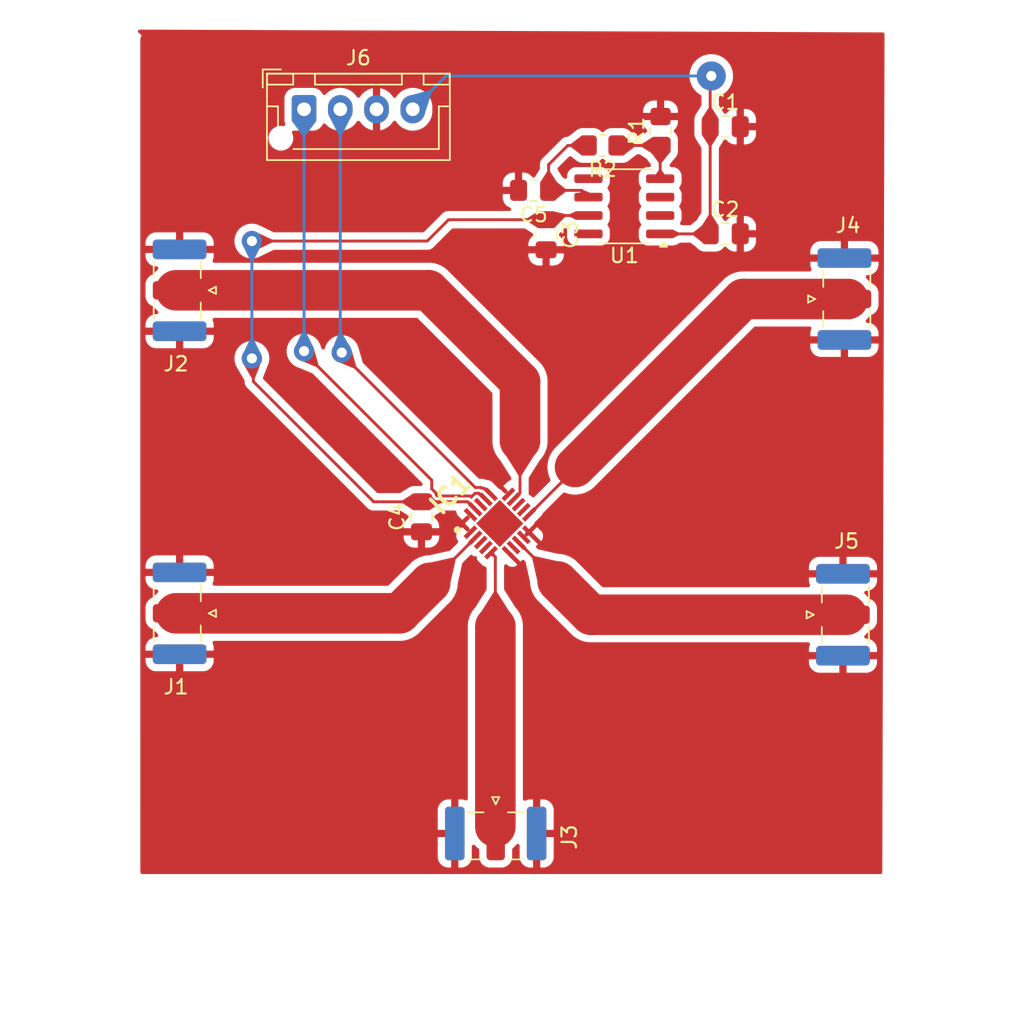
<source format=kicad_pcb>
(kicad_pcb (version 20241229) (generator "pcbnew") (generator_version "9.0")
  (layers (0 "F.Cu" signal) (2 "B.Cu" signal) (13 "F.Paste" user) (15 "B.Paste" user) (5 "F.SilkS" user "F.Silkscreen") (7 "B.SilkS" user "B.Silkscreen") (1 "F.Mask" user) (3 "B.Mask" user) (25 "Edge.Cuts" user))
  (net 0 "")
  (net 1 "/VDD")
  (net 2 "GND")
  (net 3 "/Vout")
  (net 4 "/RF1")
  (net 5 "/RF2")
  (net 6 "/RF3")
  (net 7 "/RF4")
  (net 8 "/RFC")
  (net 9 "/A1")
  (net 10 "/A0")
  (net 11 "Net-(U1-ADJ)")
  (footprint "Connector_Coaxial:SMA_Samtec_SMA-J-P-H-ST-EM1_EdgeMount" (layer "F.Cu") (at 75.3375 55.4)
    (property "Reference" "J4" (at 0 -5.08 180) (layer "F.SilkS"))
    (property "Value" "Conn_Coaxial_Small")
    (fp_line (start -2.76 -0.25) (end -2.76 0.25) (stroke (width 0.12)) (layer "F.SilkS"))
    (fp_line (start -2.76 0.25) (end -2.26 0) (stroke (width 0.12)) (layer "F.SilkS"))
    (fp_line (start -2.26 0) (end -2.76 -0.25) (stroke (width 0.12)) (layer "F.SilkS"))
    (fp_line (start -1.71 -0.84) (end -1.71 -1.95) (stroke (width 0.12)) (layer "F.SilkS"))
    (fp_line (start -1.71 1.95) (end -1.71 0.84) (stroke (width 0.12)) (layer "F.SilkS"))
    (fp_line (start 1.54 -0.84) (end 1.54 -1.95) (stroke (width 0.12)) (layer "F.SilkS"))
    (fp_line (start 1.54 1.95) (end 1.54 0.84) (stroke (width 0.12)) (layer "F.SilkS"))
    (pad "1" smd roundrect (at 0 0 90) (size 1.27 3.2) (layers "F.Cu" "F.Mask") (roundrect_rratio 0.1968503937) (net 7 "/RF4"))
    (pad "2" smd roundrect (at -0.25 -2.825 90) (size 1.35 3.7) (layers "F.Cu" "F.Mask") (roundrect_rratio 0.1851851852) (net 2 "GND"))
    (pad "2" smd roundrect (at -0.25 -2.825 90) (size 1.35 3.7) (layers "B.Cu" "B.Mask") (roundrect_rratio 0.1851851852) (net 2 "GND"))
    (pad "2" smd roundrect (at -0.25 2.825 90) (size 1.35 3.7) (layers "F.Cu" "F.Mask") (roundrect_rratio 0.1851851852) (net 2 "GND"))
    (pad "2" smd roundrect (at -0.25 2.825 90) (size 1.35 3.7) (layers "B.Cu" "B.Mask") (roundrect_rratio 0.1851851852) (net 2 "GND"))
  )
  (footprint "Capacitor_SMD:C_0805_2012Metric_Pad1.18x1.45mm_HandSolder" (layer "F.Cu") (at 45.9 70.4375 90)
    (property "Reference" "C4" (at 0 -1.68 90) (layer "F.SilkS"))
    (property "Value" "0.1uF")
    (fp_line (start -0.261252 -0.735) (end 0.261252 -0.735) (stroke (width 0.12)) (layer "F.SilkS"))
    (fp_line (start -0.261252 0.735) (end 0.261252 0.735) (stroke (width 0.12)) (layer "F.SilkS"))
    (pad "1" smd roundrect (at -1.0375 0 90) (size 1.175 1.45) (layers "F.Cu" "F.Mask" "F.Paste") (roundrect_rratio 0.212766) (net 2 "GND"))
    (pad "2" smd roundrect (at 1.0375 0 90) (size 1.175 1.45) (layers "F.Cu" "F.Mask" "F.Paste") (roundrect_rratio 0.212766) (net 3 "/Vout"))
  )
  (footprint "Connector_Coaxial:SMA_Samtec_SMA-J-P-H-ST-EM1_EdgeMount" (layer "F.Cu") (at 75.2375 77.2)
    (property "Reference" "J5" (at 0 -5.08 0) (layer "F.SilkS"))
    (property "Value" "Conn_Coaxial_Small")
    (fp_line (start -2.76 -0.25) (end -2.76 0.25) (stroke (width 0.12)) (layer "F.SilkS"))
    (fp_line (start -2.76 0.25) (end -2.26 0) (stroke (width 0.12)) (layer "F.SilkS"))
    (fp_line (start -2.26 0) (end -2.76 -0.25) (stroke (width 0.12)) (layer "F.SilkS"))
    (fp_line (start -1.71 -0.84) (end -1.71 -1.95) (stroke (width 0.12)) (layer "F.SilkS"))
    (fp_line (start -1.71 1.95) (end -1.71 0.84) (stroke (width 0.12)) (layer "F.SilkS"))
    (fp_line (start 1.54 -0.84) (end 1.54 -1.95) (stroke (width 0.12)) (layer "F.SilkS"))
    (fp_line (start 1.54 1.95) (end 1.54 0.84) (stroke (width 0.12)) (layer "F.SilkS"))
    (pad "1" smd roundrect (at 0 0 90) (size 1.27 3.2) (layers "F.Cu" "F.Mask") (roundrect_rratio 0.1968503937) (net 8 "/RFC"))
    (pad "2" smd roundrect (at -0.25 -2.825 90) (size 1.35 3.7) (layers "F.Cu" "F.Mask") (roundrect_rratio 0.1851851852) (net 2 "GND"))
    (pad "2" smd roundrect (at -0.25 -2.825 90) (size 1.35 3.7) (layers "B.Cu" "B.Mask") (roundrect_rratio 0.1851851852) (net 2 "GND"))
    (pad "2" smd roundrect (at -0.25 2.825 90) (size 1.35 3.7) (layers "F.Cu" "F.Mask") (roundrect_rratio 0.1851851852) (net 2 "GND"))
    (pad "2" smd roundrect (at -0.25 2.825 90) (size 1.35 3.7) (layers "B.Cu" "B.Mask") (roundrect_rratio 0.1851851852) (net 2 "GND"))
  )
  (footprint "Resistor_SMD:R_0805_2012Metric_Pad1.20x1.40mm_HandSolder" (layer "F.Cu") (at 58.4 44.8 180)
    (property "Reference" "R2" (at 0 -1.65 0) (layer "F.SilkS"))
    (property "Value" "10k")
    (fp_line (start -0.227064 0.735) (end 0.227064 0.735) (stroke (width 0.12)) (layer "F.SilkS"))
    (fp_line (start -0.227064 -0.735) (end 0.227064 -0.735) (stroke (width 0.12)) (layer "F.SilkS"))
    (pad "1" smd roundrect (at -1 0 180) (size 1.2 1.4) (layers "F.Cu" "F.Mask" "F.Paste") (roundrect_rratio 0.208333) (net 11 "Net-(U1-ADJ)"))
    (pad "2" smd roundrect (at 1 0 180) (size 1.2 1.4) (layers "F.Cu" "F.Mask" "F.Paste") (roundrect_rratio 0.208333) (net 3 "/Vout"))
  )
  (footprint "Connector_Coaxial:SMA_Samtec_SMA-J-P-H-ST-EM1_EdgeMount" (layer "F.Cu") (at 28.9625 77.1 180)
    (property "Reference" "J1" (at 0 -5.08 0) (layer "F.SilkS"))
    (property "Value" "Conn_Coaxial_Small")
    (fp_line (start 1.54 1.95) (end 1.54 0.84) (stroke (width 0.12)) (layer "F.SilkS"))
    (fp_line (start 1.54 -0.84) (end 1.54 -1.95) (stroke (width 0.12)) (layer "F.SilkS"))
    (fp_line (start -1.71 1.95) (end -1.71 0.84) (stroke (width 0.12)) (layer "F.SilkS"))
    (fp_line (start -1.71 -0.84) (end -1.71 -1.95) (stroke (width 0.12)) (layer "F.SilkS"))
    (fp_line (start -2.26 0) (end -2.76 -0.25) (stroke (width 0.12)) (layer "F.SilkS"))
    (fp_line (start -2.76 0.25) (end -2.26 0) (stroke (width 0.12)) (layer "F.SilkS"))
    (fp_line (start -2.76 -0.25) (end -2.76 0.25) (stroke (width 0.12)) (layer "F.SilkS"))
    (pad "1" smd roundrect (at 0 0 270) (size 1.27 3.2) (layers "F.Cu" "F.Mask") (roundrect_rratio 0.1968503937) (net 4 "/RF1"))
    (pad "2" smd roundrect (at -0.25 -2.825 270) (size 1.35 3.7) (layers "F.Cu" "F.Mask") (roundrect_rratio 0.1851851852) (net 2 "GND"))
    (pad "2" smd roundrect (at -0.25 -2.825 270) (size 1.35 3.7) (layers "B.Cu" "B.Mask") (roundrect_rratio 0.1851851852) (net 2 "GND"))
    (pad "2" smd roundrect (at -0.25 2.825 270) (size 1.35 3.7) (layers "F.Cu" "F.Mask") (roundrect_rratio 0.1851851852) (net 2 "GND"))
    (pad "2" smd roundrect (at -0.25 2.825 270) (size 1.35 3.7) (layers "B.Cu" "B.Mask") (roundrect_rratio 0.1851851852) (net 2 "GND"))
  )
  (footprint "Capacitor_SMD:C_0805_2012Metric_Pad1.18x1.45mm_HandSolder" (layer "F.Cu") (at 54.5 50.9625 -90)
    (property "Reference" "C3" (at 0 -1.68 90) (layer "F.SilkS"))
    (property "Value" "0.1uF")
    (fp_line (start -0.261252 0.735) (end 0.261252 0.735) (stroke (width 0.12)) (layer "F.SilkS"))
    (fp_line (start -0.261252 -0.735) (end 0.261252 -0.735) (stroke (width 0.12)) (layer "F.SilkS"))
    (pad "1" smd roundrect (at -1.0375 0 270) (size 1.175 1.45) (layers "F.Cu" "F.Mask" "F.Paste") (roundrect_rratio 0.212766) (net 3 "/Vout"))
    (pad "2" smd roundrect (at 1.0375 0 270) (size 1.175 1.45) (layers "F.Cu" "F.Mask" "F.Paste") (roundrect_rratio 0.212766) (net 2 "GND"))
  )
  (footprint "Capacitor_SMD:C_0805_2012Metric_Pad1.18x1.45mm_HandSolder" (layer "F.Cu") (at 66.8625 43.5)
    (property "Reference" "C1" (at 0 -1.68 0) (layer "F.SilkS"))
    (property "Value" "~")
    (fp_line (start -0.261252 -0.735) (end 0.261252 -0.735) (stroke (width 0.12)) (layer "F.SilkS"))
    (fp_line (start -0.261252 0.735) (end 0.261252 0.735) (stroke (width 0.12)) (layer "F.SilkS"))
    (pad "1" smd roundrect (at -1.0375 0) (size 1.175 1.45) (layers "F.Cu" "F.Mask" "F.Paste") (roundrect_rratio 0.212766) (net 1 "/VDD"))
    (pad "2" smd roundrect (at 1.0375 0) (size 1.175 1.45) (layers "F.Cu" "F.Mask" "F.Paste") (roundrect_rratio 0.212766) (net 2 "GND"))
  )
  (footprint "Capacitor_SMD:C_0805_2012Metric_Pad1.18x1.45mm_HandSolder" (layer "F.Cu") (at 66.8625 50.9)
    (property "Reference" "C2" (at 0 -1.68 0) (layer "F.SilkS"))
    (property "Value" "0.1uF")
    (fp_line (start -0.261252 -0.735) (end 0.261252 -0.735) (stroke (width 0.12)) (layer "F.SilkS"))
    (fp_line (start -0.261252 0.735) (end 0.261252 0.735) (stroke (width 0.12)) (layer "F.SilkS"))
    (pad "1" smd roundrect (at -1.0375 0) (size 1.175 1.45) (layers "F.Cu" "F.Mask" "F.Paste") (roundrect_rratio 0.212766) (net 1 "/VDD"))
    (pad "2" smd roundrect (at 1.0375 0) (size 1.175 1.45) (layers "F.Cu" "F.Mask" "F.Paste") (roundrect_rratio 0.212766) (net 2 "GND"))
  )
  (footprint "Connector_JST:JST_XH_B4B-XH-AM_1x04_P2.50mm_Vertical" (layer "F.Cu") (at 37.8 42.3)
    (property "Reference" "J6" (at 3.75 -3.55 0) (layer "F.SilkS"))
    (property "Value" "Conn_01x04_Pin")
    (fp_line (start -2.85 -2.75) (end -2.85 -1.5) (stroke (width 0.12)) (layer "F.SilkS"))
    (fp_line (start -2.56 -2.46) (end -2.56 3.51) (stroke (width 0.12)) (layer "F.SilkS"))
    (fp_line (start -2.56 3.51) (end 10.06 3.51) (stroke (width 0.12)) (layer "F.SilkS"))
    (fp_line (start -2.55 -2.45) (end -2.55 -1.7) (stroke (width 0.12)) (layer "F.SilkS"))
    (fp_line (start -2.55 -1.7) (end -0.75 -1.7) (stroke (width 0.12)) (layer "F.SilkS"))
    (fp_line (start -2.55 -0.2) (end -1.8 -0.2) (stroke (width 0.12)) (layer "F.SilkS"))
    (fp_line (start -1.8 -0.2) (end -1.8 1.14) (stroke (width 0.12)) (layer "F.SilkS"))
    (fp_line (start -1.6 -2.75) (end -2.85 -2.75) (stroke (width 0.12)) (layer "F.SilkS"))
    (fp_line (start -0.75 -2.45) (end -2.55 -2.45) (stroke (width 0.12)) (layer "F.SilkS"))
    (fp_line (start -0.75 -1.7) (end -0.75 -2.45) (stroke (width 0.12)) (layer "F.SilkS"))
    (fp_line (start 0.75 -2.45) (end 0.75 -1.7) (stroke (width 0.12)) (layer "F.SilkS"))
    (fp_line (start 0.75 -1.7) (end 6.75 -1.7) (stroke (width 0.12)) (layer "F.SilkS"))
    (fp_line (start 3.75 2.75) (end -0.74 2.75) (stroke (width 0.12)) (layer "F.SilkS"))
    (fp_line (start 6.75 -2.45) (end 0.75 -2.45) (stroke (width 0.12)) (layer "F.SilkS"))
    (fp_line (start 6.75 -1.7) (end 6.75 -2.45) (stroke (width 0.12)) (layer "F.SilkS"))
    (fp_line (start 8.25 -2.45) (end 8.25 -1.7) (stroke (width 0.12)) (layer "F.SilkS"))
    (fp_line (start 8.25 -1.7) (end 10.05 -1.7) (stroke (width 0.12)) (layer "F.SilkS"))
    (fp_line (start 9.3 -0.2) (end 9.3 2.75) (stroke (width 0.12)) (layer "F.SilkS"))
    (fp_line (start 9.3 2.75) (end 3.75 2.75) (stroke (width 0.12)) (layer "F.SilkS"))
    (fp_line (start 10.05 -2.45) (end 8.25 -2.45) (stroke (width 0.12)) (layer "F.SilkS"))
    (fp_line (start 10.05 -1.7) (end 10.05 -2.45) (stroke (width 0.12)) (layer "F.SilkS"))
    (fp_line (start 10.05 -0.2) (end 9.3 -0.2) (stroke (width 0.12)) (layer "F.SilkS"))
    (fp_line (start 10.06 -2.46) (end -2.56 -2.46) (stroke (width 0.12)) (layer "F.SilkS"))
    (fp_line (start 10.06 3.51) (end 10.06 -2.46) (stroke (width 0.12)) (layer "F.SilkS"))
    (pad "" np_thru_hole circle (at -1.6 2) (size 1.2 1.2) (drill 1.2) (layers "*.Cu" "*.Mask"))
    (pad "1" thru_hole roundrect (at 0 0) (size 1.7 1.95) (drill 0.95) (layers "*.Cu" "*.Mask") (roundrect_rratio 0.147059) (net 10 "/A0"))
    (pad "2" thru_hole oval (at 2.5 0) (size 1.7 1.95) (drill 0.95) (layers "*.Cu" "*.Mask") (net 9 "/A1"))
    (pad "3" thru_hole oval (at 5 0) (size 1.7 1.95) (drill 0.95) (layers "*.Cu" "*.Mask") (net 2 "GND"))
    (pad "4" thru_hole oval (at 7.5 0) (size 1.7 1.95) (drill 0.95) (layers "*.Cu" "*.Mask") (net 1 "/VDD"))
  )
  (footprint "Capacitor_SMD:C_0805_2012Metric_Pad1.18x1.45mm_HandSolder" (layer "F.Cu") (at 53.6375 47.9 180)
    (property "Reference" "C5" (at 0 -1.68 0) (layer "F.SilkS"))
    (property "Value" "1uF")
    (fp_line (start -0.261252 0.735) (end 0.261252 0.735) (stroke (width 0.12)) (layer "F.SilkS"))
    (fp_line (start -0.261252 -0.735) (end 0.261252 -0.735) (stroke (width 0.12)) (layer "F.SilkS"))
    (pad "1" smd roundrect (at -1.0375 0 180) (size 1.175 1.45) (layers "F.Cu" "F.Mask" "F.Paste") (roundrect_rratio 0.212766) (net 3 "/Vout"))
    (pad "2" smd roundrect (at 1.0375 0 180) (size 1.175 1.45) (layers "F.Cu" "F.Mask" "F.Paste") (roundrect_rratio 0.212766) (net 2 "GND"))
  )
  (footprint "Connector_Coaxial:SMA_Samtec_SMA-J-P-H-ST-EM1_EdgeMount" (layer "F.Cu") (at 28.9625 54.8 180)
    (property "Reference" "J2" (at 0 -5.08 0) (layer "F.SilkS"))
    (property "Value" "Conn_Coaxial_Small")
    (fp_line (start 1.54 1.95) (end 1.54 0.84) (stroke (width 0.12)) (layer "F.SilkS"))
    (fp_line (start 1.54 -0.84) (end 1.54 -1.95) (stroke (width 0.12)) (layer "F.SilkS"))
    (fp_line (start -1.71 1.95) (end -1.71 0.84) (stroke (width 0.12)) (layer "F.SilkS"))
    (fp_line (start -1.71 -0.84) (end -1.71 -1.95) (stroke (width 0.12)) (layer "F.SilkS"))
    (fp_line (start -2.26 0) (end -2.76 -0.25) (stroke (width 0.12)) (layer "F.SilkS"))
    (fp_line (start -2.76 0.25) (end -2.26 0) (stroke (width 0.12)) (layer "F.SilkS"))
    (fp_line (start -2.76 -0.25) (end -2.76 0.25) (stroke (width 0.12)) (layer "F.SilkS"))
    (pad "1" smd roundrect (at 0 0 270) (size 1.27 3.2) (layers "F.Cu" "F.Mask") (roundrect_rratio 0.1968503937) (net 5 "/RF2"))
    (pad "2" smd roundrect (at -0.25 -2.825 270) (size 1.35 3.7) (layers "F.Cu" "F.Mask") (roundrect_rratio 0.1851851852) (net 2 "GND"))
    (pad "2" smd roundrect (at -0.25 -2.825 270) (size 1.35 3.7) (layers "B.Cu" "B.Mask") (roundrect_rratio 0.1851851852) (net 2 "GND"))
    (pad "2" smd roundrect (at -0.25 2.825 270) (size 1.35 3.7) (layers "F.Cu" "F.Mask") (roundrect_rratio 0.1851851852) (net 2 "GND"))
    (pad "2" smd roundrect (at -0.25 2.825 270) (size 1.35 3.7) (layers "B.Cu" "B.Mask") (roundrect_rratio 0.1851851852) (net 2 "GND"))
  )
  (footprint "Library:ADG904BCPZ" (layer "F.Cu") (at 51.3 70.9 45)
    (property "Reference" "IC1" (at -0.954594 -3.853732 45) (layer "F.SilkS") (effects (font (size 1.27 1.27) (thickness 0.254))))
    (property "Value" "ADG904BCPZ" (hide yes))
    (fp_circle (center -2.375 -1.749999) (end -2.375 -1.625) (stroke (width 0.25)) (fill no) (layer "F.SilkS"))
    (pad "1" smd rect (at -1.85 -1 135) (size 0.3 1.05) (layers "F.Cu" "F.Mask" "F.Paste") (net 2 "GND"))
    (pad "2" smd rect (at -1.85 -0.5 135) (size 0.3 1.05) (layers "F.Cu" "F.Mask" "F.Paste") (net 4 "/RF1"))
    (pad "3" smd rect (at -1.850001 0 135) (size 0.3 1.05) (layers "F.Cu" "F.Mask" "F.Paste") (net 2 "GND"))
    (pad "4" smd rect (at -1.85 0.5 135) (size 0.3 1.05) (layers "F.Cu" "F.Mask" "F.Paste") (net 2 "GND"))
    (pad "5" smd rect (at -1.85 1 135) (size 0.3 1.05) (layers "F.Cu" "F.Mask" "F.Paste") (net 6 "/RF3"))
    (pad "6" smd rect (at -1 1.85 45) (size 0.3 1.05) (layers "F.Cu" "F.Mask" "F.Paste") (net 2 "GND"))
    (pad "7" smd rect (at -0.5 1.85 45) (size 0.3 1.05) (layers "F.Cu" "F.Mask" "F.Paste") (net 2 "GND"))
    (pad "8" smd rect (at 0 1.850001 45) (size 0.3 1.05) (layers "F.Cu" "F.Mask" "F.Paste") (net 8 "/RFC"))
    (pad "9" smd rect (at 0.5 1.85 45) (size 0.3 1.05) (layers "F.Cu" "F.Mask" "F.Paste") (net 2 "GND"))
    (pad "10" smd rect (at 1 1.85 45) (size 0.3 1.05) (layers "F.Cu" "F.Mask" "F.Paste") (net 2 "GND"))
    (pad "11" smd rect (at 1.85 1 135) (size 0.3 1.05) (layers "F.Cu" "F.Mask" "F.Paste") (net 7 "/RF4"))
    (pad "12" smd rect (at 1.85 0.5 135) (size 0.3 1.05) (layers "F.Cu" "F.Mask" "F.Paste") (net 2 "GND"))
    (pad "13" smd rect (at 1.850001 0 135) (size 0.3 1.05) (layers "F.Cu" "F.Mask" "F.Paste") (net 2 "GND"))
    (pad "14" smd rect (at 1.85 -0.5 135) (size 0.3 1.05) (layers "F.Cu" "F.Mask" "F.Paste") (net 5 "/RF2"))
    (pad "15" smd rect (at 1.85 -1 135) (size 0.3 1.05) (layers "F.Cu" "F.Mask" "F.Paste") (net 2 "GND"))
    (pad "16" smd rect (at 1 -1.85 45) (size 0.3 1.05) (layers "F.Cu" "F.Mask" "F.Paste") (net 9 "/A1"))
    (pad "17" smd rect (at 0.5 -1.85 45) (size 0.3 1.05) (layers "F.Cu" "F.Mask" "F.Paste") (net 10 "/A0"))
    (pad "18" smd rect (at 0 -1.850001 45) (size 0.3 1.05) (layers "F.Cu" "F.Mask" "F.Paste") (net 2 "GND"))
    (pad "19" smd rect (at -0.5 -1.85 45) (size 0.3 1.05) (layers "F.Cu" "F.Mask" "F.Paste") (net 3 "/Vout"))
    (pad "20" smd rect (at -1 -1.85 45) (size 0.3 1.05) (layers "F.Cu" "F.Mask" "F.Paste") (net 2 "GND"))
    (pad "21" smd rect (at 0 0 45) (size 2.3 2.3) (layers "F.Cu" "F.Mask" "F.Paste") (net 2 "GND"))
  )
  (footprint "Connector_Coaxial:SMA_Samtec_SMA-J-P-H-ST-EM1_EdgeMount" (layer "F.Cu") (at 51.025 92.55 -90)
    (property "Reference" "J3" (at 0 -5.08 90) (layer "F.SilkS"))
    (property "Value" "Conn_Coaxial_Small")
    (fp_line (start -1.71 1.95) (end -1.71 0.84) (stroke (width 0.12)) (layer "F.SilkS"))
    (fp_line (start 1.54 1.95) (end 1.54 0.84) (stroke (width 0.12)) (layer "F.SilkS"))
    (fp_line (start -2.76 0.25) (end -2.26 0) (stroke (width 0.12)) (layer "F.SilkS"))
    (fp_line (start -2.26 0) (end -2.76 -0.25) (stroke (width 0.12)) (layer "F.SilkS"))
    (fp_line (start -2.76 -0.25) (end -2.76 0.25) (stroke (width 0.12)) (layer "F.SilkS"))
    (fp_line (start -1.71 -0.84) (end -1.71 -1.95) (stroke (width 0.12)) (layer "F.SilkS"))
    (fp_line (start 1.54 -0.84) (end 1.54 -1.95) (stroke (width 0.12)) (layer "F.SilkS"))
    (pad "1" smd roundrect (at 0 0) (size 1.27 3.2) (layers "F.Cu" "F.Mask") (roundrect_rratio 0.1968503937) (net 6 "/RF3"))
    (pad "2" smd roundrect (at -0.25 -2.825) (size 1.35 3.7) (layers "F.Cu" "F.Mask") (roundrect_rratio 0.1851851852) (net 2 "GND"))
    (pad "2" smd roundrect (at -0.25 -2.825) (size 1.35 3.7) (layers "B.Cu" "B.Mask") (roundrect_rratio 0.1851851852) (net 2 "GND"))
    (pad "2" smd roundrect (at -0.25 2.825) (size 1.35 3.7) (layers "F.Cu" "F.Mask") (roundrect_rratio 0.1851851852) (net 2 "GND"))
    (pad "2" smd roundrect (at -0.25 2.825) (size 1.35 3.7) (layers "B.Cu" "B.Mask") (roundrect_rratio 0.1851851852) (net 2 "GND"))
  )
  (footprint "Package_SO:SOIC-8_3.9x4.9mm_P1.27mm" (layer "F.Cu") (at 59.9 49 180)
    (property "Reference" "U1" (at 0 -3.4 0) (layer "F.SilkS"))
    (property "Value" "LM317L_SO8")
    (fp_line (start 0 2.56) (end 1.95 2.56) (stroke (width 0.12)) (layer "F.SilkS"))
    (fp_line (start 0 2.56) (end -1.95 2.56) (stroke (width 0.12)) (layer "F.SilkS"))
    (fp_line (start 0 -2.56) (end 1.95 -2.56) (stroke (width 0.12)) (layer "F.SilkS"))
    (fp_line (start 0 -2.56) (end -1.95 -2.56) (stroke (width 0.12)) (layer "F.SilkS"))
    (fp_poly (pts (xy -2.7 -2.465) (xy -2.94 -2.795) (xy -2.46 -2.795)) (stroke (width 0.12)) (fill yes) (layer "F.SilkS"))
    (pad "1" smd roundrect (at -2.475 -1.905 180) (size 1.95 0.6) (layers "F.Cu" "F.Mask" "F.Paste") (net 1 "/VDD"))
    (pad "2" smd roundrect (at -2.475 -0.635 180) (size 1.95 0.6) (layers "F.Cu" "F.Mask" "F.Paste") (net 3 "/Vout"))
    (pad "3" smd roundrect (at -2.475 0.635 180) (size 1.95 0.6) (layers "F.Cu" "F.Mask" "F.Paste") (net 3 "/Vout"))
    (pad "4" smd roundrect (at -2.475 1.905 180) (size 1.95 0.6) (layers "F.Cu" "F.Mask" "F.Paste") (net 11 "Net-(U1-ADJ)"))
    (pad "5" smd roundrect (at 2.475 1.905 180) (size 1.95 0.6) (layers "F.Cu" "F.Mask" "F.Paste"))
    (pad "6" smd roundrect (at 2.475 0.635 180) (size 1.95 0.6) (layers "F.Cu" "F.Mask" "F.Paste") (net 3 "/Vout"))
    (pad "7" smd roundrect (at 2.475 -0.635 180) (size 1.95 0.6) (layers "F.Cu" "F.Mask" "F.Paste") (net 3 "/Vout"))
    (pad "8" smd roundrect (at 2.475 -1.905 180) (size 1.95 0.6) (layers "F.Cu" "F.Mask" "F.Paste"))
  )
  (footprint "Resistor_SMD:R_0805_2012Metric_Pad1.20x1.40mm_HandSolder" (layer "F.Cu") (at 62.4 43.8 90)
    (property "Reference" "R1" (at 0 -1.65 90) (layer "F.SilkS"))
    (property "Value" "10k")
    (fp_line (start -0.227064 -0.735) (end 0.227064 -0.735) (stroke (width 0.12)) (layer "F.SilkS"))
    (fp_line (start -0.227064 0.735) (end 0.227064 0.735) (stroke (width 0.12)) (layer "F.SilkS"))
    (pad "1" smd roundrect (at -1 0 90) (size 1.2 1.4) (layers "F.Cu" "F.Mask" "F.Paste") (roundrect_rratio 0.208333) (net 11 "Net-(U1-ADJ)"))
    (pad "2" smd roundrect (at 1 0 90) (size 1.2 1.4) (layers "F.Cu" "F.Mask" "F.Paste") (roundrect_rratio 0.208333) (net 2 "GND"))
  )
  (segment (start 65.825 43.5) (end 65.825 50.9) (width 0.2) (layer "F.Cu") (net 1))
  (segment (start 65.9 40) (end 65.825 40.075) (width 0.2) (layer "F.Cu") (net 1))
  (segment (start 65.82 50.905) (end 65.825 50.9) (width 0.2) (layer "F.Cu") (net 1))
  (segment (start 62.375 50.905) (end 65.82 50.905) (width 0.2) (layer "F.Cu") (net 1))
  (segment (start 65.825 40.075) (end 65.825 43.5) (width 0.2) (layer "F.Cu") (net 1))
  (via (at 65.9 40) (size 2) (drill 0.7) (layers "F.Cu" "B.Cu") (net 1))
  (segment (start 45.3 42.3) (end 47.6 40) (width 0.2) (layer "B.Cu") (net 1))
  (segment (start 47.6 40) (end 65.9 40) (width 0.2) (layer "B.Cu") (net 1))
  (segment (start 34.3 59.6) (end 34.3 61.1) (width 0.2) (layer "F.Cu") (net 3))
  (segment (start 49.092893 69.4) (end 46 69.4) (width 0.2) (layer "F.Cu") (net 3))
  (segment (start 54.79 49.635) (end 54.5 49.925) (width 0.2) (layer "F.Cu") (net 3))
  (segment (start 57.425 49.635) (end 54.79 49.635) (width 0.2) (layer "F.Cu") (net 3))
  (segment (start 47.775 49.925) (end 54.5 49.925) (width 0.2) (layer "F.Cu") (net 3))
  (segment (start 54.675 46.125) (end 56 44.8) (width 0.2) (layer "F.Cu") (net 3))
  (segment (start 34.3 61.1) (end 42.6 69.4) (width 0.2) (layer "F.Cu") (net 3))
  (segment (start 42.6 69.4) (end 45.9 69.4) (width 0.2) (layer "F.Cu") (net 3))
  (segment (start 49.638299 69.945406) (end 49.092893 69.4) (width 0.2) (layer "F.Cu") (net 3))
  (segment (start 54.575 47.9) (end 54.5 47.975) (width 0.2) (layer "F.Cu") (net 3))
  (segment (start 54.675 47.9) (end 54.675 46.125) (width 0.2) (layer "F.Cu") (net 3))
  (segment (start 34.2 59.5) (end 34.3 59.6) (width 0.2) (layer "F.Cu") (net 3))
  (segment (start 57.39 48.4) (end 57.425 48.365) (width 0.2) (layer "F.Cu") (net 3))
  (segment (start 57.425 48.365) (end 56.96 47.9) (width 0.2) (layer "F.Cu") (net 3))
  (segment (start 46.3 51.4) (end 47.775 49.925) (width 0.2) (layer "F.Cu") (net 3))
  (segment (start 34.2 51.4) (end 46.3 51.4) (width 0.2) (layer "F.Cu") (net 3))
  (segment (start 56 44.8) (end 57.4 44.8) (width 0.2) (layer "F.Cu") (net 3))
  (segment (start 56.96 47.9) (end 54.575 47.9) (width 0.2) (layer "F.Cu") (net 3))
  (via (at 34.2 51.4) (size 1.4) (drill 0.7) (layers "F.Cu" "B.Cu") (net 3))
  (via (at 34.2 59.5) (size 1.4) (drill 0.7) (layers "F.Cu" "B.Cu") (net 3))
  (segment (start 34.2 59.5) (end 34.2 51.4) (width 0.2) (layer "B.Cu") (net 3))
  (segment (start 34.1 51.5) (end 34.2 51.4) (width 0.2) (layer "B.Cu") (net 3))
  (segment (start 34.2 59.3) (end 34.3 59.2) (width 0.2) (layer "B.Cu") (net 3))
  (segment (start 34.2 59.5) (end 34.2 59.3) (width 0.2) (layer "B.Cu") (net 3))
  (segment (start 46.496446 74.996447) (end 44.392893 77.1) (width 2.8) (layer "F.Cu") (net 4))
  (segment (start 44.392893 77.1) (end 28.9625 77.1) (width 2.8) (layer "F.Cu") (net 4))
  (segment (start 49.638299 71.861701) (end 46.5 75) (width 0.2) (layer "F.Cu") (net 4))
  (segment (start 49.638299 71.854594) (end 49.638299 71.861701) (width 0.2) (layer "F.Cu") (net 4))
  (segment (start 46.5 75) (end 46.496446 74.996447) (width 2.8) (layer "F.Cu") (net 4))
  (segment (start 46.4 54.8) (end 52.7 61.1) (width 2.8) (layer "F.Cu") (net 5))
  (segment (start 52.7 68.792893) (end 52.7 65.2) (width 0.2) (layer "F.Cu") (net 5))
  (segment (start 28.9625 54.8) (end 46.4 54.8) (width 2.8) (layer "F.Cu") (net 5))
  (segment (start 52.254594 69.238299) (end 52.7 68.792893) (width 0.2) (layer "F.Cu") (net 5))
  (segment (start 52.7 61.1) (end 52.7 65.2) (width 2.8) (layer "F.Cu") (net 5))
  (segment (start 50.698959 72.915254) (end 51 73.216295) (width 0.2) (layer "F.Cu") (net 6))
  (segment (start 51 91.8375) (end 51 78) (width 2.8) (layer "F.Cu") (net 6))
  (segment (start 51 73.216295) (end 51 78) (width 0.2) (layer "F.Cu") (net 6))
  (segment (start 56.5 67.114213) (end 56.5 67) (width 0.2) (layer "F.Cu") (net 7))
  (segment (start 68.214213 55.4) (end 68.1 55.4) (width 2.8) (layer "F.Cu") (net 7))
  (segment (start 53.315254 70.298959) (end 56.5 67.114213) (width 0.2) (layer "F.Cu") (net 7))
  (segment (start 75.3375 55.4) (end 68.214213 55.4) (width 2.8) (layer "F.Cu") (net 7))
  (segment (start 68.1 55.4) (end 56.5 67) (width 2.8) (layer "F.Cu") (net 7))
  (segment (start 57.6 77.2) (end 55.3 74.9) (width 2.8) (layer "F.Cu") (net 8))
  (segment (start 52.608148 72.208148) (end 55.3 74.9) (width 0.2) (layer "F.Cu") (net 8))
  (segment (start 75.2375 77.2) (end 57.6 77.2) (width 2.8) (layer "F.Cu") (net 8))
  (segment (start 40.4 59.1) (end 40.4 59.2) (width 0.2) (layer "F.Cu") (net 9))
  (segment (start 50.064912 68.460002) (end 50.204919 68.460002) (width 0.2) (layer "F.Cu") (net 9))
  (segment (start 50.204919 68.460002) (end 50.629663 68.884746) (width 0.2) (layer "F.Cu") (net 9))
  (segment (start 49.612555 68.412555) (end 50.017465 68.412555) (width 0.2) (layer "F.Cu") (net 9))
  (segment (start 40.4 59.2) (end 49.612555 68.412555) (width 0.2) (layer "F.Cu") (net 9))
  (segment (start 50.629663 68.884746) (end 50.698959 68.884746) (width 0.2) (layer "F.Cu") (net 9))
  (segment (start 50.017465 68.412555) (end 50.064912 68.460002) (width 0.2) (layer "F.Cu") (net 9))
  (via (at 40.4 59.1) (size 1.4) (drill 0.7) (layers "F.Cu" "B.Cu") (net 9))
  (segment (start 40.3 59) (end 40.3 42.3) (width 0.2) (layer "B.Cu") (net 9))
  (segment (start 40.4 59.1) (end 40.3 59) (width 0.2) (layer "B.Cu") (net 9))
  (segment (start 46.61016 68.5115) (end 46.926 68.82734) (width 0.2) (layer "F.Cu") (net 10))
  (segment (start 46.926 68.926) (end 46.999 68.999) (width 0.2) (layer "F.Cu") (net 10))
  (segment (start 46.999 68.999) (end 49.258993 68.999) (width 0.2) (layer "F.Cu") (net 10))
  (segment (start 46.61016 67.91016) (end 46.61016 68.5115) (width 0.2) (layer "F.Cu") (net 10))
  (segment (start 46.926 68.82734) (end 46.926 68.926) (width 0.2) (layer "F.Cu") (net 10))
  (segment (start 37.8 59) (end 37.8 59.1) (width 0.2) (layer "F.Cu") (net 10))
  (segment (start 49.337779 69.077786) (end 49.602009 68.813555) (width 0.2) (layer "F.Cu") (net 10))
  (segment (start 49.602009 68.813555) (end 49.851365 68.813555) (width 0.2) (layer "F.Cu") (net 10))
  (segment (start 37.8 59.1) (end 46.61016 67.91016) (width 0.2) (layer "F.Cu") (net 10))
  (segment (start 49.851365 68.813555) (end 50.276109 69.238299) (width 0.2) (layer "F.Cu") (net 10))
  (segment (start 49.258993 68.999) (end 49.337779 69.077786) (width 0.2) (layer "F.Cu") (net 10))
  (segment (start 50.276109 69.238299) (end 50.345406 69.238299) (width 0.2) (layer "F.Cu") (net 10))
  (via (at 37.8 59) (size 1.4) (drill 0.7) (layers "F.Cu" "B.Cu") (net 10))
  (segment (start 37.8 59) (end 37.8 42.3) (width 0.2) (layer "B.Cu") (net 10))
  (segment (start 62.375 47.095) (end 62.375 44.825) (width 0.2) (layer "F.Cu") (net 11))
  (segment (start 62.375 44.825) (end 62.4 44.8) (width 0.2) (layer "F.Cu") (net 11))
  (segment (start 59.4 44.8) (end 62.4 44.8) (width 0.2) (layer "F.Cu") (net 11))
  (zone (net 2) (net_name "GND") (layer "F.Cu") (priority 2) (connect_pads (clearance 0.5)) (min_thickness 0.25) (fill yes (thermal_gap 0.5) (thermal_bridge_width 0.5))
    (polygon (pts (xy 26.1 36.8) (xy 77.855541 36.99457) (xy 77.702632 95.1) (xy 26.501694 95.1) (xy 26.5 37.4) (xy 26.6 37.2)))
  )
)
</source>
